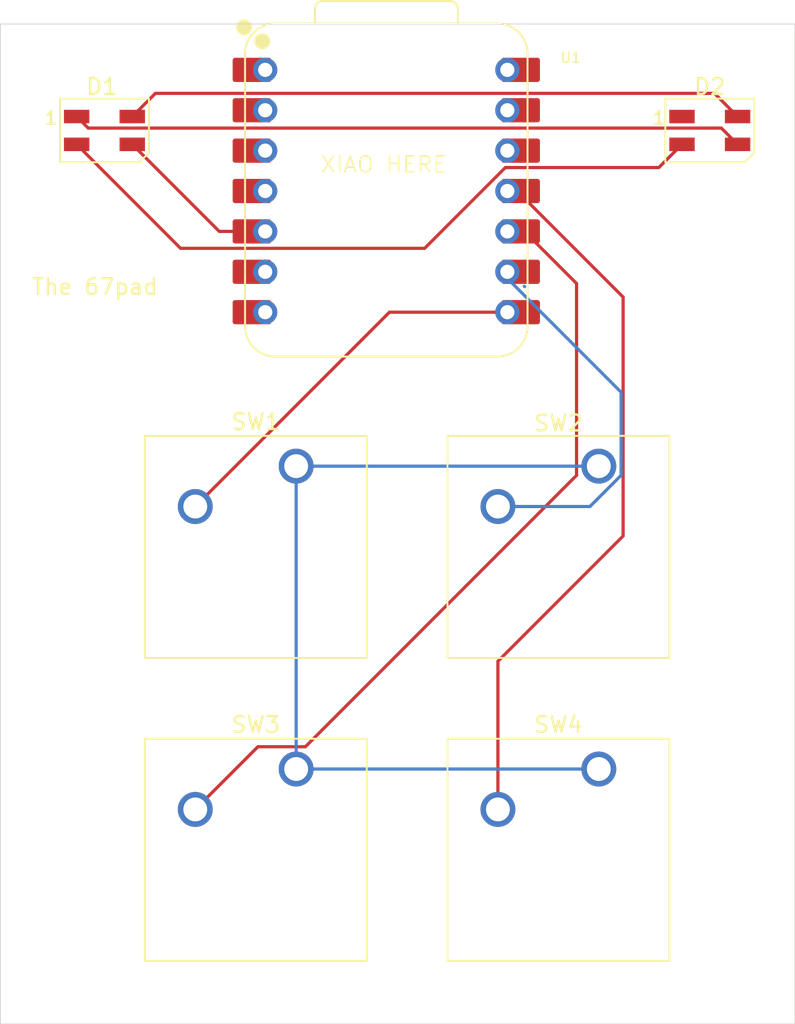
<source format=kicad_pcb>
(kicad_pcb (version 20241229) (generator "pcbnew") (generator_version "9.0")
  (layers (0 "F.Cu" signal) (2 "B.Cu" signal) (13 "F.Paste" user) (15 "B.Paste" user) (5 "F.SilkS" user "F.Silkscreen") (7 "B.SilkS" user "B.Silkscreen") (1 "F.Mask" user) (3 "B.Mask" user) (25 "Edge.Cuts" user))
  (net 0 "")
  (net 1 "Net-(D1-VSS)")
  (net 2 "+5V")
  (net 3 "Net-(D1-DOUT)")
  (net 4 "Net-(D1-DIN)")
  (net 6 "GND")
  (net 7 "Net-(U1-GPIO1{slash}RX)")
  (net 8 "Net-(U1-GPIO2{slash}SCK)")
  (net 9 "Net-(U1-GPIO4{slash}MISO)")
  (net 10 "Net-(U1-GPIO3{slash}MOSI)")
  (footprint "OPL:XIAO-RP2040-DIP" (layer "F.Cu") (at 112.395 52.3875)
    (property "Reference" "U1" (at 11.605 -8.3875 0) (layer "F.SilkS") (effects (font (size 0.635 0.635) (thickness 0.1016))))
    (property "Value" "XIAO-RP2040-DIP")
    (fp_line (start -8.89 8.509) (end -8.89 -8.636) (stroke (width 0.127)) (layer "F.SilkS"))
    (fp_line (start -6.985 10.414) (end 6.985 10.414) (stroke (width 0.127)) (layer "F.SilkS"))
    (fp_line (start -4.495 -10.541) (end -4.491272 -11.451272) (stroke (width 0.127)) (layer "F.SilkS"))
    (fp_line (start -3.991272 -11.951) (end 4.004 -11.951) (stroke (width 0.127)) (layer "F.SilkS"))
    (fp_line (start 4.504 -11.451) (end 4.504 -10.541) (stroke (width 0.127)) (layer "F.SilkS"))
    (fp_line (start 6.985 -10.541) (end -6.985 -10.541) (stroke (width 0.1)) (layer "F.SilkS"))
    (fp_line (start 6.985 -10.541) (end -6.985 -10.541) (stroke (width 0.127)) (layer "F.SilkS"))
    (fp_line (start 8.89 8.509) (end 8.89 -8.636) (stroke (width 0.127)) (layer "F.SilkS"))
    (fp_arc (start -8.89 -8.636) (mid -8.332038 -9.983038) (end -6.985 -10.541) (stroke (width 0.127)) (layer "F.SilkS"))
    (fp_arc (start -6.985 10.414) (mid -8.332038 9.856038) (end -8.89 8.509) (stroke (width 0.127)) (layer "F.SilkS"))
    (fp_arc (start -4.491272 -11.451272) (mid -4.344728 -11.80464) (end -3.991272 -11.951) (stroke (width 0.127)) (layer "F.SilkS"))
    (fp_arc (start 4.004 -11.951) (mid 4.357553 -11.804553) (end 4.504 -11.451) (stroke (width 0.127)) (layer "F.SilkS"))
    (fp_arc (start 6.985 -10.541) (mid 8.332038 -9.983038) (end 8.89 -8.636) (stroke (width 0.127)) (layer "F.SilkS"))
    (fp_arc (start 8.89 8.509) (mid 8.332038 9.856038) (end 6.985 10.414) (stroke (width 0.127)) (layer "F.SilkS"))
    (fp_circle (center -8.95 -10.3) (end -8.95 -10.554) (stroke (width 0.5)) (fill yes) (layer "F.SilkS"))
    (fp_circle (center -7.807 -9.42) (end -7.807 -9.674) (stroke (width 0.5)) (fill yes) (layer "F.SilkS"))
    (pad "1" smd roundrect (at -8.455 -7.62 180) (size 2.432 1.524) (layers "F.Cu" "F.Mask") (roundrect_rratio 0.1))
    (pad "1" thru_hole circle (at -7.62 -7.62 180) (size 1.524 1.524) (drill 0.889) (layers "*.Cu" "*.Mask"))
    (pad "2" smd roundrect (at -8.455 -5.08 180) (size 2.432 1.524) (layers "F.Cu" "F.Mask") (roundrect_rratio 0.1))
    (pad "2" thru_hole circle (at -7.62 -5.08 180) (size 1.524 1.524) (drill 0.889) (layers "*.Cu" "*.Mask"))
    (pad "3" smd roundrect (at -8.455 -2.54 180) (size 2.432 1.524) (layers "F.Cu" "F.Mask") (roundrect_rratio 0.1))
    (pad "3" thru_hole circle (at -7.62 -2.54 180) (size 1.524 1.524) (drill 0.889) (layers "*.Cu" "*.Mask"))
    (pad "4" smd roundrect (at -8.455 0 180) (size 2.432 1.524) (layers "F.Cu" "F.Mask") (roundrect_rratio 0.1))
    (pad "4" thru_hole circle (at -7.62 0 180) (size 1.524 1.524) (drill 0.889) (layers "*.Cu" "*.Mask"))
    (pad "5" smd roundrect (at -8.455 2.54 180) (size 2.432 1.524) (layers "F.Cu" "F.Mask") (roundrect_rratio 0.1) (net 4 "Net-(D1-DIN)"))
    (pad "5" thru_hole circle (at -7.62 2.54 180) (size 1.524 1.524) (drill 0.889) (layers "*.Cu" "*.Mask") (net 4 "Net-(D1-DIN)"))
    (pad "6" smd roundrect (at -8.455 5.08 180) (size 2.432 1.524) (layers "F.Cu" "F.Mask") (roundrect_rratio 0.1))
    (pad "6" thru_hole circle (at -7.62 5.08 180) (size 1.524 1.524) (drill 0.889) (layers "*.Cu" "*.Mask"))
    (pad "7" smd roundrect (at -8.455 7.62 180) (size 2.432 1.524) (layers "F.Cu" "F.Mask") (roundrect_rratio 0.1))
    (pad "7" thru_hole circle (at -7.62 7.62 180) (size 1.524 1.524) (drill 0.889) (layers "*.Cu" "*.Mask"))
    (pad "8" thru_hole circle (at 7.62 7.62) (size 1.524 1.524) (drill 0.889) (layers "*.Cu" "*.Mask") (net 7 "Net-(U1-GPIO1{slash}RX)"))
    (pad "8" smd roundrect (at 8.455 7.62) (size 2.432 1.524) (layers "F.Cu" "F.Mask") (roundrect_rratio 0.1) (net 7 "Net-(U1-GPIO1{slash}RX)"))
    (pad "9" thru_hole circle (at 7.62 5.08) (size 1.524 1.524) (drill 0.889) (layers "*.Cu" "*.Mask") (net 8 "Net-(U1-GPIO2{slash}SCK)"))
    (pad "9" smd roundrect (at 8.455 5.08) (size 2.432 1.524) (layers "F.Cu" "F.Mask") (roundrect_rratio 0.1) (net 8 "Net-(U1-GPIO2{slash}SCK)"))
    (pad "10" thru_hole circle (at 7.62 2.54) (size 1.524 1.524) (drill 0.889) (layers "*.Cu" "*.Mask") (net 9 "Net-(U1-GPIO4{slash}MISO)"))
    (pad "10" smd roundrect (at 8.455 2.54) (size 2.432 1.524) (layers "F.Cu" "F.Mask") (roundrect_rratio 0.1) (net 9 "Net-(U1-GPIO4{slash}MISO)"))
    (pad "11" thru_hole circle (at 7.62 0) (size 1.524 1.524) (drill 0.889) (layers "*.Cu" "*.Mask") (net 10 "Net-(U1-GPIO3{slash}MOSI)"))
    (pad "11" smd roundrect (at 8.455 0) (size 2.432 1.524) (layers "F.Cu" "F.Mask") (roundrect_rratio 0.1) (net 10 "Net-(U1-GPIO3{slash}MOSI)"))
    (pad "12" thru_hole circle (at 7.62 -2.54) (size 1.524 1.524) (drill 0.889) (layers "*.Cu" "*.Mask"))
    (pad "12" smd roundrect (at 8.455 -2.54) (size 2.432 1.524) (layers "F.Cu" "F.Mask") (roundrect_rratio 0.1))
    (pad "13" thru_hole circle (at 7.62 -5.08) (size 1.524 1.524) (drill 0.889) (layers "*.Cu" "*.Mask"))
    (pad "13" smd roundrect (at 8.455 -5.08) (size 2.432 1.524) (layers "F.Cu" "F.Mask") (roundrect_rratio 0.1))
    (pad "14" thru_hole circle (at 7.62 -7.62) (size 1.524 1.524) (drill 0.889) (layers "*.Cu" "*.Mask"))
    (pad "14" smd roundrect (at 8.455 -7.62) (size 2.432 1.524) (layers "F.Cu" "F.Mask") (roundrect_rratio 0.1))
  )
  (footprint "Button_Switch_Keyboard:SW_Cherry_MX_1.00u_PCB" (layer "F.Cu") (at 125.77125 88.74125)
    (property "Reference" "SW4" (at -2.54 -2.794 0) (layer "F.SilkS"))
    (property "Value" "SW_Push")
    (fp_line (start -9.525 -1.905) (end 4.445 -1.905) (stroke (width 0.12)) (layer "F.SilkS"))
    (fp_line (start -9.525 12.065) (end -9.525 -1.905) (stroke (width 0.12)) (layer "F.SilkS"))
    (fp_line (start 4.445 -1.905) (end 4.445 12.065) (stroke (width 0.12)) (layer "F.SilkS"))
    (fp_line (start 4.445 12.065) (end -9.525 12.065) (stroke (width 0.12)) (layer "F.SilkS"))
    (pad "" np_thru_hole circle (at -7.62 5.08) (size 1.7 1.7) (drill 1.7) (layers "*.Cu" "*.Mask"))
    (pad "" np_thru_hole circle (at -2.54 5.08) (size 4 4) (drill 4) (layers "*.Cu" "*.Mask"))
    (pad "" np_thru_hole circle (at 2.54 5.08) (size 1.7 1.7) (drill 1.7) (layers "*.Cu" "*.Mask"))
    (pad "1" thru_hole circle (at 0 0) (size 2.2 2.2) (drill 1.5) (layers "*.Cu" "*.Mask") (net 6 "GND"))
    (pad "2" thru_hole circle (at -6.35 2.54) (size 2.2 2.2) (drill 1.5) (layers "*.Cu" "*.Mask") (net 10 "Net-(U1-GPIO3{slash}MOSI)"))
  )
  (footprint "Button_Switch_Keyboard:SW_Cherry_MX_1.00u_PCB" (layer "F.Cu") (at 106.72125 69.69125)
    (property "Reference" "SW1" (at -2.54 -2.794 0) (layer "F.SilkS"))
    (property "Value" "SW_Push")
    (fp_line (start -9.525 -1.905) (end 4.445 -1.905) (stroke (width 0.12)) (layer "F.SilkS"))
    (fp_line (start -9.525 12.065) (end -9.525 -1.905) (stroke (width 0.12)) (layer "F.SilkS"))
    (fp_line (start 4.445 -1.905) (end 4.445 12.065) (stroke (width 0.12)) (layer "F.SilkS"))
    (fp_line (start 4.445 12.065) (end -9.525 12.065) (stroke (width 0.12)) (layer "F.SilkS"))
    (pad "" np_thru_hole circle (at -7.62 5.08) (size 1.7 1.7) (drill 1.7) (layers "*.Cu" "*.Mask"))
    (pad "" np_thru_hole circle (at -2.54 5.08) (size 4 4) (drill 4) (layers "*.Cu" "*.Mask"))
    (pad "" np_thru_hole circle (at 2.54 5.08) (size 1.7 1.7) (drill 1.7) (layers "*.Cu" "*.Mask"))
    (pad "1" thru_hole circle (at 0 0) (size 2.2 2.2) (drill 1.5) (layers "*.Cu" "*.Mask") (net 6 "GND"))
    (pad "2" thru_hole circle (at -6.35 2.54) (size 2.2 2.2) (drill 1.5) (layers "*.Cu" "*.Mask") (net 7 "Net-(U1-GPIO1{slash}RX)"))
  )
  (footprint "LED_SMD:LED_SK6812MINI_PLCC4_3.5x3.5mm_P1.75mm" (layer "F.Cu") (at 94.65625 48.5775)
    (property "Reference" "D1" (at -0.1625 -2.75 0) (layer "F.SilkS"))
    (property "Value" "SK6812MINI")
    (fp_line (start -2.8 -2) (end -2.8 2) (stroke (width 0.12)) (layer "F.SilkS"))
    (fp_line (start -2.8 -2) (end 2.8 -2) (stroke (width 0.12)) (layer "F.SilkS"))
    (fp_line (start -2.8 2) (end 2.2 2) (stroke (width 0.12)) (layer "F.SilkS"))
    (fp_line (start 2.8 1.4) (end 2.2 2) (stroke (width 0.12)) (layer "F.SilkS"))
    (fp_line (start 2.8 1.4) (end 2.8 -2) (stroke (width 0.12)) (layer "F.SilkS"))
    (fp_text user "1" (at -3.3625 -0.78625 0) (layer "F.SilkS") (effects (font (size 0.8 0.8))))
    (pad "1" smd rect (at -1.75 -0.875) (size 1.6 0.85) (layers "F.Cu" "F.Mask" "F.Paste") (net 3 "Net-(D1-DOUT)"))
    (pad "2" smd rect (at -1.75 0.875) (size 1.6 0.85) (layers "F.Cu" "F.Mask" "F.Paste") (net 1 "Net-(D1-VSS)"))
    (pad "3" smd rect (at 1.75 0.875) (size 1.6 0.85) (layers "F.Cu" "F.Mask" "F.Paste") (net 4 "Net-(D1-DIN)"))
    (pad "4" smd rect (at 1.75 -0.875) (size 1.6 0.85) (layers "F.Cu" "F.Mask" "F.Paste") (net 2 "+5V"))
  )
  (footprint "Button_Switch_Keyboard:SW_Cherry_MX_1.00u_PCB" (layer "F.Cu") (at 125.77125 69.69125)
    (property "Reference" "SW2" (at -2.54 -2.70525 0) (layer "F.SilkS"))
    (property "Value" "SW_Push")
    (fp_line (start -9.525 -1.905) (end 4.445 -1.905) (stroke (width 0.12)) (layer "F.SilkS"))
    (fp_line (start -9.525 12.065) (end -9.525 -1.905) (stroke (width 0.12)) (layer "F.SilkS"))
    (fp_line (start 4.445 -1.905) (end 4.445 12.065) (stroke (width 0.12)) (layer "F.SilkS"))
    (fp_line (start 4.445 12.065) (end -9.525 12.065) (stroke (width 0.12)) (layer "F.SilkS"))
    (pad "" np_thru_hole circle (at -7.62 5.08) (size 1.7 1.7) (drill 1.7) (layers "*.Cu" "*.Mask"))
    (pad "" np_thru_hole circle (at -2.54 5.08) (size 4 4) (drill 4) (layers "*.Cu" "*.Mask"))
    (pad "" np_thru_hole circle (at 2.54 5.08) (size 1.7 1.7) (drill 1.7) (layers "*.Cu" "*.Mask"))
    (pad "1" thru_hole circle (at 0 0) (size 2.2 2.2) (drill 1.5) (layers "*.Cu" "*.Mask") (net 6 "GND"))
    (pad "2" thru_hole circle (at -6.35 2.54) (size 2.2 2.2) (drill 1.5) (layers "*.Cu" "*.Mask") (net 8 "Net-(U1-GPIO2{slash}SCK)"))
  )
  (footprint "LED_SMD:LED_SK6812MINI_PLCC4_3.5x3.5mm_P1.75mm" (layer "F.Cu") (at 132.75625 48.5775)
    (property "Reference" "D2" (at 0 -2.75 0) (layer "F.SilkS"))
    (property "Value" "SK6812MINI")
    (fp_line (start -2.8 -2) (end -2.8 2) (stroke (width 0.12)) (layer "F.SilkS"))
    (fp_line (start -2.8 -2) (end 2.8 -2) (stroke (width 0.12)) (layer "F.SilkS"))
    (fp_line (start -2.8 2) (end 2.2 2) (stroke (width 0.12)) (layer "F.SilkS"))
    (fp_line (start 2.8 1.4) (end 2.2 2) (stroke (width 0.12)) (layer "F.SilkS"))
    (fp_line (start 2.8 1.4) (end 2.8 -2) (stroke (width 0.12)) (layer "F.SilkS"))
    (fp_text user "1" (at -3.2 -0.78625 0) (layer "F.SilkS") (effects (font (size 0.8 0.8))))
    (pad "1" smd rect (at -1.75 -0.875) (size 1.6 0.85) (layers "F.Cu" "F.Mask" "F.Paste"))
    (pad "2" smd rect (at -1.75 0.875) (size 1.6 0.85) (layers "F.Cu" "F.Mask" "F.Paste") (net 1 "Net-(D1-VSS)"))
    (pad "3" smd rect (at 1.75 0.875) (size 1.6 0.85) (layers "F.Cu" "F.Mask" "F.Paste") (net 3 "Net-(D1-DOUT)"))
    (pad "4" smd rect (at 1.75 -0.875) (size 1.6 0.85) (layers "F.Cu" "F.Mask" "F.Paste") (net 2 "+5V"))
  )
  (footprint "Button_Switch_Keyboard:SW_Cherry_MX_1.00u_PCB" (layer "F.Cu") (at 106.72125 88.74125)
    (property "Reference" "SW3" (at -2.54 -2.794 0) (layer "F.SilkS"))
    (property "Value" "SW_Push")
    (fp_line (start -9.525 -1.905) (end 4.445 -1.905) (stroke (width 0.12)) (layer "F.SilkS"))
    (fp_line (start -9.525 12.065) (end -9.525 -1.905) (stroke (width 0.12)) (layer "F.SilkS"))
    (fp_line (start 4.445 -1.905) (end 4.445 12.065) (stroke (width 0.12)) (layer "F.SilkS"))
    (fp_line (start 4.445 12.065) (end -9.525 12.065) (stroke (width 0.12)) (layer "F.SilkS"))
    (pad "" np_thru_hole circle (at -7.62 5.08) (size 1.7 1.7) (drill 1.7) (layers "*.Cu" "*.Mask"))
    (pad "" np_thru_hole circle (at -2.54 5.08) (size 4 4) (drill 4) (layers "*.Cu" "*.Mask"))
    (pad "" np_thru_hole circle (at 2.54 5.08) (size 1.7 1.7) (drill 1.7) (layers "*.Cu" "*.Mask"))
    (pad "1" thru_hole circle (at 0 0) (size 2.2 2.2) (drill 1.5) (layers "*.Cu" "*.Mask") (net 6 "GND"))
    (pad "2" thru_hole circle (at -6.35 2.54) (size 2.2 2.2) (drill 1.5) (layers "*.Cu" "*.Mask") (net 9 "Net-(U1-GPIO4{slash}MISO)"))
  )
  (gr_rect (start 88.10625 41.8825) (end 138.1125 104.775) (stroke (width 0.05)) (fill no) (layer "Edge.Cuts"))
  (gr_text "The 67pad" (at 90 59 0) (layer "F.SilkS") (effects (font (size 1 1)) (justify left bottom)))
  (gr_text "XIAO HERE" (at 108.2 51.3 0) (layer "F.SilkS") (effects (font (size 1 1) (thickness 0.1)) (justify left bottom)))
  (segment (start 121.1 58.4) (end 121.078 58.378) (width 0.2) (layer "B.Cu") (net 0))
  (segment (start 92.90625 49.4525) (end 99.44425 55.9905) (width 0.2) (layer "F.Cu") (net 1))
  (segment (start 114.8095 55.9905) (end 119.8895 50.9105) (width 0.2) (layer "F.Cu") (net 1))
  (segment (start 129.54825 50.9105) (end 131.00625 49.4525) (width 0.2) (layer "F.Cu") (net 1))
  (segment (start 99.44425 55.9905) (end 114.8095 55.9905) (width 0.2) (layer "F.Cu") (net 1))
  (segment (start 119.8895 50.9105) (end 129.54825 50.9105) (width 0.2) (layer "F.Cu") (net 1))
  (segment (start 97.86425 46.2445) (end 133.04825 46.2445) (width 0.2) (layer "F.Cu") (net 2))
  (segment (start 96.40625 47.7025) (end 97.86425 46.2445) (width 0.2) (layer "F.Cu") (net 2))
  (segment (start 133.04825 46.2445) (end 134.50625 47.7025) (width 0.2) (layer "F.Cu") (net 2))
  (segment (start 92.90625 47.7025) (end 93.63225 48.4285) (width 0.2) (layer "F.Cu") (net 3))
  (segment (start 133.48225 48.4285) (end 134.50625 49.4525) (width 0.2) (layer "F.Cu") (net 3))
  (segment (start 93.63225 48.4285) (end 133.48225 48.4285) (width 0.2) (layer "F.Cu") (net 3))
  (segment (start 104.775 54.9275) (end 101.88125 54.9275) (width 0.2) (layer "F.Cu") (net 4))
  (segment (start 101.88125 54.9275) (end 96.40625 49.4525) (width 0.2) (layer "F.Cu") (net 4))
  (segment (start 106.72125 88.74125) (end 125.77125 88.74125) (width 0.2) (layer "B.Cu") (net 6))
  (segment (start 106.72125 69.69125) (end 106.72125 88.74125) (width 0.2) (layer "B.Cu") (net 6))
  (segment (start 125.77125 69.69125) (end 106.72125 69.69125) (width 0.2) (layer "B.Cu") (net 6))
  (segment (start 112.595 60.0075) (end 100.37125 72.23125) (width 0.2) (layer "F.Cu") (net 7))
  (segment (start 120.015 60.0075) (end 112.595 60.0075) (width 0.2) (layer "F.Cu") (net 7))
  (segment (start 127.17225 65.03935) (end 127.17225 70.271564) (width 0.2) (layer "B.Cu") (net 8))
  (segment (start 120.015 57.8821) (end 127.17225 65.03935) (width 0.2) (layer "B.Cu") (net 8))
  (segment (start 127.17225 70.271564) (end 125.212564 72.23125) (width 0.2) (layer "B.Cu") (net 8))
  (segment (start 120.015 57.4675) (end 120.015 57.8821) (width 0.2) (layer "B.Cu") (net 8))
  (segment (start 125.212564 72.23125) (end 119.42125 72.23125) (width 0.2) (layer "B.Cu") (net 8))
  (segment (start 124.37025 58.20512) (end 124.37025 70.271564) (width 0.2) (layer "F.Cu") (net 9))
  (segment (start 120.015 54.9275) (end 121.09263 54.9275) (width 0.2) (layer "F.Cu") (net 9))
  (segment (start 107.301564 87.34025) (end 104.31225 87.34025) (width 0.2) (layer "F.Cu") (net 9))
  (segment (start 104.31225 87.34025) (end 100.37125 91.28125) (width 0.2) (layer "F.Cu") (net 9))
  (segment (start 124.37025 70.271564) (end 107.301564 87.34025) (width 0.2) (layer "F.Cu") (net 9))
  (segment (start 121.09263 54.9275) (end 124.37025 58.20512) (width 0.2) (layer "F.Cu") (net 9))
  (segment (start 127.3 59.058874) (end 127.3 74.08403) (width 0.2) (layer "F.Cu") (net 10))
  (segment (start 119.42125 81.96278) (end 119.42125 91.28125) (width 0.2) (layer "F.Cu") (net 10))
  (segment (start 120.015 52.3875) (end 120.628626 52.3875) (width 0.2) (layer "F.Cu") (net 10))
  (segment (start 127.3 74.08403) (end 119.42125 81.96278) (width 0.2) (layer "F.Cu") (net 10))
  (segment (start 120.628626 52.3875) (end 127.3 59.058874) (width 0.2) (layer "F.Cu") (net 10))
)
</source>
